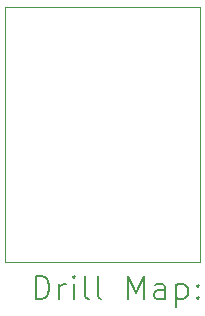
<source format=gbr>
%TF.GenerationSoftware,KiCad,Pcbnew,8.0.1-8.0.1-1~ubuntu22.04.1*%
%TF.CreationDate,2024-07-15T21:43:56-04:00*%
%TF.ProjectId,Clock_Addon,436c6f63-6b5f-4416-9464-6f6e2e6b6963,rev?*%
%TF.SameCoordinates,Original*%
%TF.FileFunction,Drillmap*%
%TF.FilePolarity,Positive*%
%FSLAX45Y45*%
G04 Gerber Fmt 4.5, Leading zero omitted, Abs format (unit mm)*
G04 Created by KiCad (PCBNEW 8.0.1-8.0.1-1~ubuntu22.04.1) date 2024-07-15 21:43:56*
%MOMM*%
%LPD*%
G01*
G04 APERTURE LIST*
%ADD10C,0.050000*%
%ADD11C,0.200000*%
G04 APERTURE END LIST*
D10*
X12700000Y-4127500D02*
X14351000Y-4127500D01*
X14351000Y-6286500D01*
X12700000Y-6286500D01*
X12700000Y-4127500D01*
D11*
X12958277Y-6600484D02*
X12958277Y-6400484D01*
X12958277Y-6400484D02*
X13005896Y-6400484D01*
X13005896Y-6400484D02*
X13034467Y-6410008D01*
X13034467Y-6410008D02*
X13053515Y-6429055D01*
X13053515Y-6429055D02*
X13063039Y-6448103D01*
X13063039Y-6448103D02*
X13072562Y-6486198D01*
X13072562Y-6486198D02*
X13072562Y-6514769D01*
X13072562Y-6514769D02*
X13063039Y-6552865D01*
X13063039Y-6552865D02*
X13053515Y-6571912D01*
X13053515Y-6571912D02*
X13034467Y-6590960D01*
X13034467Y-6590960D02*
X13005896Y-6600484D01*
X13005896Y-6600484D02*
X12958277Y-6600484D01*
X13158277Y-6600484D02*
X13158277Y-6467150D01*
X13158277Y-6505246D02*
X13167801Y-6486198D01*
X13167801Y-6486198D02*
X13177324Y-6476674D01*
X13177324Y-6476674D02*
X13196372Y-6467150D01*
X13196372Y-6467150D02*
X13215420Y-6467150D01*
X13282086Y-6600484D02*
X13282086Y-6467150D01*
X13282086Y-6400484D02*
X13272562Y-6410008D01*
X13272562Y-6410008D02*
X13282086Y-6419531D01*
X13282086Y-6419531D02*
X13291610Y-6410008D01*
X13291610Y-6410008D02*
X13282086Y-6400484D01*
X13282086Y-6400484D02*
X13282086Y-6419531D01*
X13405896Y-6600484D02*
X13386848Y-6590960D01*
X13386848Y-6590960D02*
X13377324Y-6571912D01*
X13377324Y-6571912D02*
X13377324Y-6400484D01*
X13510658Y-6600484D02*
X13491610Y-6590960D01*
X13491610Y-6590960D02*
X13482086Y-6571912D01*
X13482086Y-6571912D02*
X13482086Y-6400484D01*
X13739229Y-6600484D02*
X13739229Y-6400484D01*
X13739229Y-6400484D02*
X13805896Y-6543341D01*
X13805896Y-6543341D02*
X13872562Y-6400484D01*
X13872562Y-6400484D02*
X13872562Y-6600484D01*
X14053515Y-6600484D02*
X14053515Y-6495722D01*
X14053515Y-6495722D02*
X14043991Y-6476674D01*
X14043991Y-6476674D02*
X14024943Y-6467150D01*
X14024943Y-6467150D02*
X13986848Y-6467150D01*
X13986848Y-6467150D02*
X13967801Y-6476674D01*
X14053515Y-6590960D02*
X14034467Y-6600484D01*
X14034467Y-6600484D02*
X13986848Y-6600484D01*
X13986848Y-6600484D02*
X13967801Y-6590960D01*
X13967801Y-6590960D02*
X13958277Y-6571912D01*
X13958277Y-6571912D02*
X13958277Y-6552865D01*
X13958277Y-6552865D02*
X13967801Y-6533817D01*
X13967801Y-6533817D02*
X13986848Y-6524293D01*
X13986848Y-6524293D02*
X14034467Y-6524293D01*
X14034467Y-6524293D02*
X14053515Y-6514769D01*
X14148753Y-6467150D02*
X14148753Y-6667150D01*
X14148753Y-6476674D02*
X14167801Y-6467150D01*
X14167801Y-6467150D02*
X14205896Y-6467150D01*
X14205896Y-6467150D02*
X14224943Y-6476674D01*
X14224943Y-6476674D02*
X14234467Y-6486198D01*
X14234467Y-6486198D02*
X14243991Y-6505246D01*
X14243991Y-6505246D02*
X14243991Y-6562388D01*
X14243991Y-6562388D02*
X14234467Y-6581436D01*
X14234467Y-6581436D02*
X14224943Y-6590960D01*
X14224943Y-6590960D02*
X14205896Y-6600484D01*
X14205896Y-6600484D02*
X14167801Y-6600484D01*
X14167801Y-6600484D02*
X14148753Y-6590960D01*
X14329705Y-6581436D02*
X14339229Y-6590960D01*
X14339229Y-6590960D02*
X14329705Y-6600484D01*
X14329705Y-6600484D02*
X14320182Y-6590960D01*
X14320182Y-6590960D02*
X14329705Y-6581436D01*
X14329705Y-6581436D02*
X14329705Y-6600484D01*
X14329705Y-6476674D02*
X14339229Y-6486198D01*
X14339229Y-6486198D02*
X14329705Y-6495722D01*
X14329705Y-6495722D02*
X14320182Y-6486198D01*
X14320182Y-6486198D02*
X14329705Y-6476674D01*
X14329705Y-6476674D02*
X14329705Y-6495722D01*
M02*

</source>
